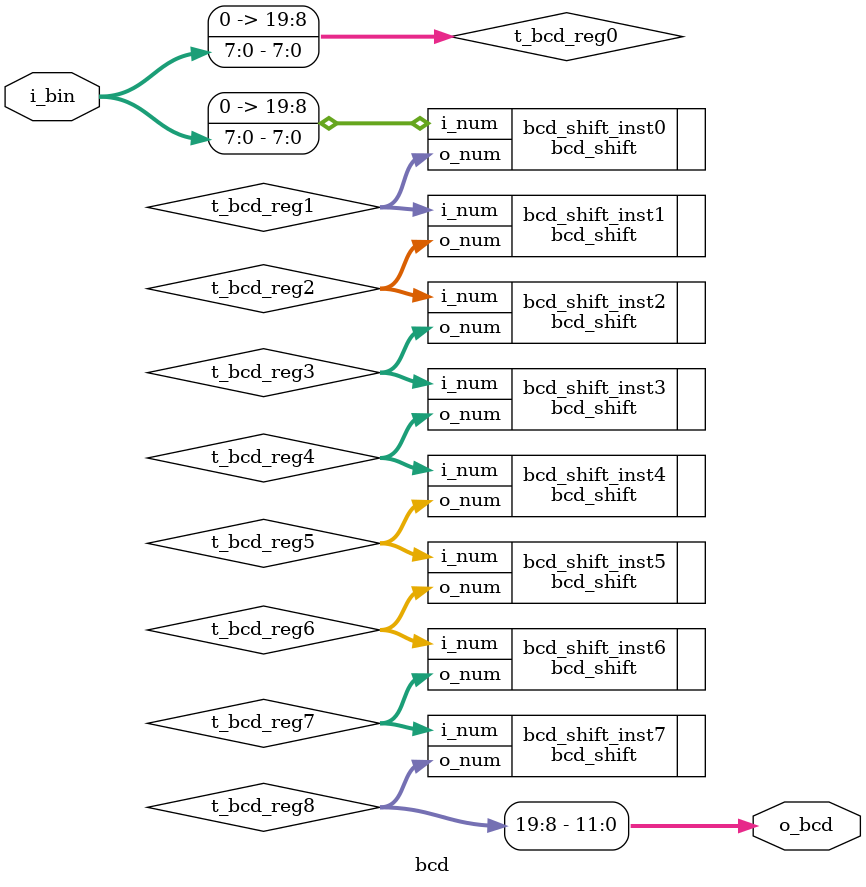
<source format=v>
module bcd (
    input  wire [7:0]  i_bin,
    output wire [11:0] o_bcd
);

    wire [19:0] t_bcd_reg0;
    wire [19:0] t_bcd_reg1;
    wire [19:0] t_bcd_reg2;
    wire [19:0] t_bcd_reg3;
    wire [19:0] t_bcd_reg4;
    wire [19:0] t_bcd_reg5;
    wire [19:0] t_bcd_reg6;
    wire [19:0] t_bcd_reg7;
    wire [19:0] t_bcd_reg8;

    // 将输入的8位二进制转换成20位
    assign t_bcd_reg0 = { 12'b0000_0000_0000, i_bin };
    // 第1次移位
    bcd_shift bcd_shift_inst0(
        .i_num(t_bcd_reg0),
        .o_num(t_bcd_reg1));
    // 第2次移位
    bcd_shift bcd_shift_inst1(
        .i_num(t_bcd_reg1),
        .o_num(t_bcd_reg2));
    // 第3次移位
    bcd_shift bcd_shift_inst2(
        .i_num(t_bcd_reg2),
        .o_num(t_bcd_reg3));
    // 第4次移位
    bcd_shift bcd_shift_inst3(
        .i_num(t_bcd_reg3),
        .o_num(t_bcd_reg4));
    // 第5次移位
    bcd_shift bcd_shift_inst4(
        .i_num(t_bcd_reg4),
        .o_num(t_bcd_reg5));
    // 第6次移位
    bcd_shift bcd_shift_inst5(
        .i_num(t_bcd_reg5),
        .o_num(t_bcd_reg6));
    // 第7次移位
    bcd_shift bcd_shift_inst6(
        .i_num(t_bcd_reg6),
        .o_num(t_bcd_reg7));
    // 第8次移位
    bcd_shift bcd_shift_inst7(
        .i_num(t_bcd_reg7),
        .o_num(t_bcd_reg8));
    // 输出BCD
    assign o_bcd = { t_bcd_reg8[19:8] };

endmodule

</source>
